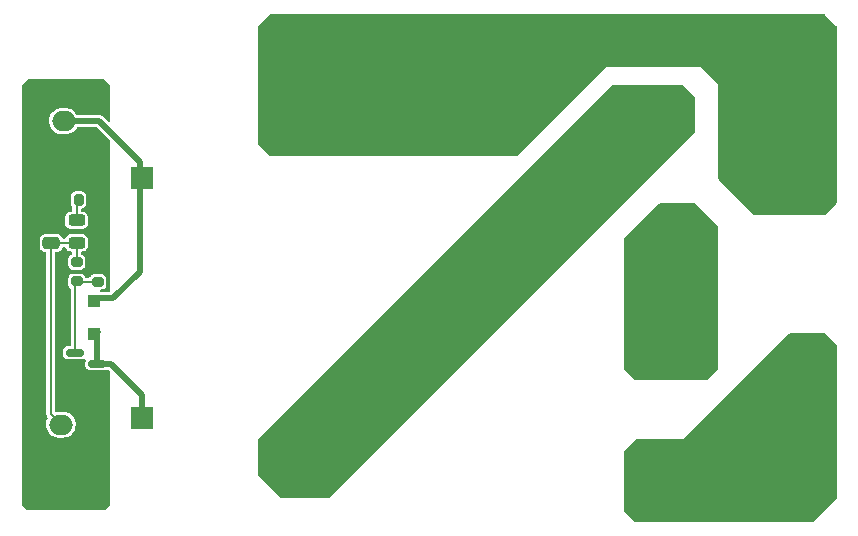
<source format=gbr>
%TF.GenerationSoftware,KiCad,Pcbnew,7.0.11-rc3*%
%TF.CreationDate,2025-03-16T23:29:25+08:00*%
%TF.ProjectId,miniAIR,6d696e69-4149-4522-9e6b-696361645f70,rev?*%
%TF.SameCoordinates,Original*%
%TF.FileFunction,Copper,L1,Top*%
%TF.FilePolarity,Positive*%
%FSLAX46Y46*%
G04 Gerber Fmt 4.6, Leading zero omitted, Abs format (unit mm)*
G04 Created by KiCad (PCBNEW 7.0.11-rc3) date 2025-03-16 23:29:25*
%MOMM*%
%LPD*%
G01*
G04 APERTURE LIST*
G04 Aperture macros list*
%AMRoundRect*
0 Rectangle with rounded corners*
0 $1 Rounding radius*
0 $2 $3 $4 $5 $6 $7 $8 $9 X,Y pos of 4 corners*
0 Add a 4 corners polygon primitive as box body*
4,1,4,$2,$3,$4,$5,$6,$7,$8,$9,$2,$3,0*
0 Add four circle primitives for the rounded corners*
1,1,$1+$1,$2,$3*
1,1,$1+$1,$4,$5*
1,1,$1+$1,$6,$7*
1,1,$1+$1,$8,$9*
0 Add four rect primitives between the rounded corners*
20,1,$1+$1,$2,$3,$4,$5,0*
20,1,$1+$1,$4,$5,$6,$7,0*
20,1,$1+$1,$6,$7,$8,$9,0*
20,1,$1+$1,$8,$9,$2,$3,0*%
G04 Aperture macros list end*
%TA.AperFunction,ComponentPad*%
%ADD10RoundRect,0.250000X0.750000X-0.600000X0.750000X0.600000X-0.750000X0.600000X-0.750000X-0.600000X0*%
%TD*%
%TA.AperFunction,ComponentPad*%
%ADD11O,2.000000X1.700000*%
%TD*%
%TA.AperFunction,ComponentPad*%
%ADD12O,2.800000X2.400000*%
%TD*%
%TA.AperFunction,SMDPad,CuDef*%
%ADD13RoundRect,0.250000X0.475000X-0.250000X0.475000X0.250000X-0.475000X0.250000X-0.475000X-0.250000X0*%
%TD*%
%TA.AperFunction,ComponentPad*%
%ADD14RoundRect,0.250001X-0.759999X0.499999X-0.759999X-0.499999X0.759999X-0.499999X0.759999X0.499999X0*%
%TD*%
%TA.AperFunction,ComponentPad*%
%ADD15O,2.020000X1.500000*%
%TD*%
%TA.AperFunction,ComponentPad*%
%ADD16R,1.900000X1.900000*%
%TD*%
%TA.AperFunction,SMDPad,CuDef*%
%ADD17RoundRect,0.243750X-0.456250X0.243750X-0.456250X-0.243750X0.456250X-0.243750X0.456250X0.243750X0*%
%TD*%
%TA.AperFunction,SMDPad,CuDef*%
%ADD18RoundRect,0.200000X-0.275000X0.200000X-0.275000X-0.200000X0.275000X-0.200000X0.275000X0.200000X0*%
%TD*%
%TA.AperFunction,SMDPad,CuDef*%
%ADD19RoundRect,0.250000X-0.300000X0.300000X-0.300000X-0.300000X0.300000X-0.300000X0.300000X0.300000X0*%
%TD*%
%TA.AperFunction,SMDPad,CuDef*%
%ADD20RoundRect,0.200000X0.200000X0.275000X-0.200000X0.275000X-0.200000X-0.275000X0.200000X-0.275000X0*%
%TD*%
%TA.AperFunction,SMDPad,CuDef*%
%ADD21RoundRect,0.200000X0.275000X-0.200000X0.275000X0.200000X-0.275000X0.200000X-0.275000X-0.200000X0*%
%TD*%
%TA.AperFunction,SMDPad,CuDef*%
%ADD22RoundRect,0.150000X-0.587500X-0.150000X0.587500X-0.150000X0.587500X0.150000X-0.587500X0.150000X0*%
%TD*%
%TA.AperFunction,Conductor*%
%ADD23C,0.200000*%
%TD*%
%TA.AperFunction,Conductor*%
%ADD24C,0.500000*%
%TD*%
G04 APERTURE END LIST*
D10*
%TO.P,J1,1,Pin_1*%
%TO.N,GND*%
X117325000Y-98250000D03*
D11*
%TO.P,J1,2,Pin_2*%
%TO.N,Net-(D2-A)*%
X117325000Y-95750000D03*
%TD*%
D12*
%TO.P,U2,1*%
%TO.N,Net-(J3-Pin_1)*%
X168400000Y-100230000D03*
%TO.P,U2,2*%
%TO.N,Net-(U1-Pad1)*%
X168400000Y-90070000D03*
%TD*%
D13*
%TO.P,C1,1*%
%TO.N,Net-(D2-A)*%
X116500000Y-80350000D03*
%TO.P,C1,2*%
%TO.N,GND*%
X116500000Y-78450000D03*
%TD*%
D14*
%TO.P,J2,1,Pin_1*%
%TO.N,Net-(J2-Pin_1)*%
X181000000Y-73000000D03*
D15*
%TO.P,J2,2,Pin_2*%
X181000000Y-76000000D03*
%TD*%
D10*
%TO.P,J4,1,Pin_1*%
%TO.N,GND*%
X117575000Y-72550000D03*
D11*
%TO.P,J4,2,Pin_2*%
%TO.N,+24V*%
X117575000Y-70050000D03*
%TD*%
D16*
%TO.P,K1,13*%
%TO.N,Net-(K1-Pad13)*%
X136900000Y-98970000D03*
%TO.P,K1,14*%
%TO.N,Net-(J2-Pin_1)*%
X136900000Y-71030000D03*
%TO.P,K1,A1*%
%TO.N,+24V*%
X124200000Y-74850000D03*
%TO.P,K1,A2*%
%TO.N,Net-(D1-A)*%
X124200000Y-95150000D03*
%TD*%
D17*
%TO.P,D2,1,K*%
%TO.N,Net-(D2-K)*%
X118650000Y-78462500D03*
%TO.P,D2,2,A*%
%TO.N,Net-(D2-A)*%
X118650000Y-80337500D03*
%TD*%
D18*
%TO.P,R4,1*%
%TO.N,Net-(D2-A)*%
X118650000Y-81975000D03*
%TO.P,R4,2*%
%TO.N,Net-(Q1-G)*%
X118650000Y-83625000D03*
%TD*%
D19*
%TO.P,D1,1,K*%
%TO.N,+24V*%
X120100000Y-85250000D03*
%TO.P,D1,2,A*%
%TO.N,Net-(D1-A)*%
X120100000Y-88050000D03*
%TD*%
D14*
%TO.P,J3,1,Pin_1*%
%TO.N,Net-(J3-Pin_1)*%
X181000000Y-92000000D03*
D15*
%TO.P,J3,2,Pin_2*%
X181000000Y-95000000D03*
%TD*%
D20*
%TO.P,R5,1*%
%TO.N,Net-(D2-K)*%
X118825000Y-76700000D03*
%TO.P,R5,2*%
%TO.N,GND*%
X117175000Y-76700000D03*
%TD*%
D21*
%TO.P,R3,1*%
%TO.N,Net-(Q1-G)*%
X120450000Y-83650000D03*
%TO.P,R3,2*%
%TO.N,GND*%
X120450000Y-82000000D03*
%TD*%
D22*
%TO.P,Q1,1,G*%
%TO.N,Net-(Q1-G)*%
X118512500Y-89650000D03*
%TO.P,Q1,2,S*%
%TO.N,GND*%
X118512500Y-91550000D03*
%TO.P,Q1,3,D*%
%TO.N,Net-(D1-A)*%
X120387500Y-90600000D03*
%TD*%
D12*
%TO.P,U1,1*%
%TO.N,Net-(U1-Pad1)*%
X168400000Y-79830000D03*
%TO.P,U1,2*%
%TO.N,Net-(K1-Pad13)*%
X168400000Y-69670000D03*
%TD*%
D23*
%TO.N,Net-(D2-A)*%
X118637500Y-80350000D02*
X118650000Y-80337500D01*
X116500000Y-80350000D02*
X116450000Y-80400000D01*
X116500000Y-80350000D02*
X118637500Y-80350000D01*
X118650000Y-81975000D02*
X118650000Y-80337500D01*
X116450000Y-94875000D02*
X117325000Y-95750000D01*
X116450000Y-80400000D02*
X116450000Y-94875000D01*
D24*
%TO.N,+24V*%
X120550000Y-70050000D02*
X124000000Y-73500000D01*
X124000000Y-82800000D02*
X121750220Y-85049780D01*
X124000000Y-73500000D02*
X124000000Y-82800000D01*
X121750220Y-85049780D02*
X120450000Y-85049780D01*
X117575000Y-70050000D02*
X120550000Y-70050000D01*
%TO.N,Net-(D1-A)*%
X120387500Y-87935000D02*
X120450000Y-87872500D01*
X124200000Y-93250000D02*
X124200000Y-95150000D01*
X120387500Y-90600000D02*
X120387500Y-87935000D01*
X121550000Y-90600000D02*
X124200000Y-93250000D01*
X120387500Y-90600000D02*
X121550000Y-90600000D01*
D23*
%TO.N,Net-(D2-K)*%
X118650000Y-78462500D02*
X118650000Y-76825000D01*
%TO.N,Net-(Q1-G)*%
X118675000Y-83650000D02*
X118650000Y-83625000D01*
X120450000Y-83650000D02*
X118675000Y-83650000D01*
X118512500Y-89650000D02*
X118512500Y-83762500D01*
X118512500Y-83762500D02*
X118650000Y-83625000D01*
%TD*%
%TA.AperFunction,Conductor*%
%TO.N,Net-(J2-Pin_1)*%
G36*
X182015677Y-61019685D02*
G01*
X182036319Y-61036319D01*
X182963681Y-61963681D01*
X182997166Y-62025004D01*
X183000000Y-62051362D01*
X183000000Y-76948638D01*
X182980315Y-77015677D01*
X182963681Y-77036319D01*
X182036319Y-77963681D01*
X181974996Y-77997166D01*
X181948638Y-78000000D01*
X176051362Y-78000000D01*
X175984323Y-77980315D01*
X175963681Y-77963681D01*
X173036319Y-75036319D01*
X173002834Y-74974996D01*
X173000000Y-74948638D01*
X173000000Y-67000000D01*
X171500000Y-65500000D01*
X163500000Y-65500000D01*
X163499999Y-65500000D01*
X156036319Y-72963681D01*
X155974996Y-72997166D01*
X155948638Y-73000000D01*
X135051362Y-73000000D01*
X134984323Y-72980315D01*
X134963681Y-72963681D01*
X134036319Y-72036319D01*
X134002834Y-71974996D01*
X134000000Y-71948638D01*
X134000000Y-62051362D01*
X134019685Y-61984323D01*
X134036319Y-61963681D01*
X134963681Y-61036319D01*
X135025004Y-61002834D01*
X135051362Y-61000000D01*
X181948638Y-61000000D01*
X182015677Y-61019685D01*
G37*
%TD.AperFunction*%
%TD*%
%TA.AperFunction,Conductor*%
%TO.N,Net-(K1-Pad13)*%
G36*
X170015677Y-67019685D02*
G01*
X170036319Y-67036319D01*
X170963681Y-67963681D01*
X170997166Y-68025004D01*
X171000000Y-68051362D01*
X171000000Y-70948638D01*
X170980315Y-71015677D01*
X170963681Y-71036319D01*
X140036319Y-101963681D01*
X139974996Y-101997166D01*
X139948638Y-102000000D01*
X136051362Y-102000000D01*
X135984323Y-101980315D01*
X135963681Y-101963681D01*
X134036319Y-100036319D01*
X134002834Y-99974996D01*
X134000000Y-99948638D01*
X134000000Y-97051362D01*
X134019685Y-96984323D01*
X134036319Y-96963681D01*
X163963681Y-67036319D01*
X164025004Y-67002834D01*
X164051362Y-67000000D01*
X169948638Y-67000000D01*
X170015677Y-67019685D01*
G37*
%TD.AperFunction*%
%TD*%
%TA.AperFunction,Conductor*%
%TO.N,Net-(U1-Pad1)*%
G36*
X171015677Y-77019685D02*
G01*
X171036319Y-77036319D01*
X172963681Y-78963681D01*
X172997166Y-79025004D01*
X173000000Y-79051362D01*
X173000000Y-90948638D01*
X172980315Y-91015677D01*
X172963681Y-91036319D01*
X172036319Y-91963681D01*
X171974996Y-91997166D01*
X171948638Y-92000000D01*
X166051362Y-92000000D01*
X165984323Y-91980315D01*
X165963681Y-91963681D01*
X165036319Y-91036319D01*
X165002834Y-90974996D01*
X165000000Y-90948638D01*
X165000000Y-80051362D01*
X165019685Y-79984323D01*
X165036319Y-79963681D01*
X167963681Y-77036319D01*
X168025004Y-77002834D01*
X168051362Y-77000000D01*
X170948638Y-77000000D01*
X171015677Y-77019685D01*
G37*
%TD.AperFunction*%
%TD*%
%TA.AperFunction,Conductor*%
%TO.N,Net-(J3-Pin_1)*%
G36*
X182015677Y-88019685D02*
G01*
X182036319Y-88036319D01*
X182963681Y-88963681D01*
X182997166Y-89025004D01*
X183000000Y-89051362D01*
X183000000Y-101948638D01*
X182980315Y-102015677D01*
X182963681Y-102036319D01*
X181036319Y-103963681D01*
X180974996Y-103997166D01*
X180948638Y-104000000D01*
X166051362Y-104000000D01*
X165984323Y-103980315D01*
X165963681Y-103963681D01*
X165036319Y-103036319D01*
X165002834Y-102974996D01*
X165000000Y-102948638D01*
X165000000Y-98051362D01*
X165019685Y-97984323D01*
X165036319Y-97963681D01*
X165963681Y-97036319D01*
X166025004Y-97002834D01*
X166051362Y-97000000D01*
X170000000Y-97000000D01*
X178963681Y-88036319D01*
X179025004Y-88002834D01*
X179051362Y-88000000D01*
X181948638Y-88000000D01*
X182015677Y-88019685D01*
G37*
%TD.AperFunction*%
%TD*%
%TA.AperFunction,Conductor*%
%TO.N,GND*%
G36*
X121015677Y-66519685D02*
G01*
X121036319Y-66536319D01*
X121463681Y-66963681D01*
X121497166Y-67025004D01*
X121500000Y-67051362D01*
X121500000Y-69992824D01*
X121480315Y-70059863D01*
X121427511Y-70105618D01*
X121358353Y-70115562D01*
X121294797Y-70086537D01*
X121288319Y-70080505D01*
X120951385Y-69743571D01*
X120934750Y-69722928D01*
X120932145Y-69718874D01*
X120932143Y-69718872D01*
X120894614Y-69686353D01*
X120888147Y-69680333D01*
X120878593Y-69670779D01*
X120867785Y-69662688D01*
X120860904Y-69657144D01*
X120823373Y-69624623D01*
X120823372Y-69624622D01*
X120823367Y-69624619D01*
X120818983Y-69622617D01*
X120796194Y-69609096D01*
X120792331Y-69606204D01*
X120792329Y-69606203D01*
X120745790Y-69588845D01*
X120737622Y-69585461D01*
X120692457Y-69564835D01*
X120692455Y-69564834D01*
X120687682Y-69564148D01*
X120662000Y-69557593D01*
X120657486Y-69555909D01*
X120607946Y-69552365D01*
X120599159Y-69551420D01*
X120585799Y-69549500D01*
X120585797Y-69549500D01*
X120572308Y-69549500D01*
X120563461Y-69549184D01*
X120513929Y-69545641D01*
X120513925Y-69545641D01*
X120509215Y-69546666D01*
X120482857Y-69549500D01*
X118783532Y-69549500D01*
X118716493Y-69529815D01*
X118682525Y-69497427D01*
X118560490Y-69326052D01*
X118560479Y-69326040D01*
X118408379Y-69181014D01*
X118231574Y-69067388D01*
X118036455Y-68989274D01*
X117830086Y-68949500D01*
X117830085Y-68949500D01*
X117372575Y-68949500D01*
X117215782Y-68964472D01*
X117215778Y-68964473D01*
X117014127Y-69023683D01*
X116827313Y-69119991D01*
X116662116Y-69249905D01*
X116662112Y-69249909D01*
X116524478Y-69408746D01*
X116419398Y-69590750D01*
X116350656Y-69789365D01*
X116350656Y-69789368D01*
X116320746Y-69997401D01*
X116330745Y-70207327D01*
X116380296Y-70411578D01*
X116380298Y-70411582D01*
X116467598Y-70602743D01*
X116467601Y-70602748D01*
X116467602Y-70602750D01*
X116467604Y-70602753D01*
X116474546Y-70612501D01*
X116589515Y-70773953D01*
X116589520Y-70773959D01*
X116741620Y-70918985D01*
X116836578Y-70980011D01*
X116918428Y-71032613D01*
X117113543Y-71110725D01*
X117216729Y-71130612D01*
X117319914Y-71150500D01*
X117319915Y-71150500D01*
X117777419Y-71150500D01*
X117777425Y-71150500D01*
X117934218Y-71135528D01*
X118135875Y-71076316D01*
X118322682Y-70980011D01*
X118487886Y-70850092D01*
X118625519Y-70691256D01*
X118625522Y-70691251D01*
X118670989Y-70612501D01*
X118721555Y-70564285D01*
X118778376Y-70550500D01*
X120291324Y-70550500D01*
X120358363Y-70570185D01*
X120379005Y-70586819D01*
X121463681Y-71671495D01*
X121497166Y-71732818D01*
X121500000Y-71759176D01*
X121500000Y-84425280D01*
X121480315Y-84492319D01*
X121427511Y-84538074D01*
X121376000Y-84549280D01*
X120741145Y-84549280D01*
X120674106Y-84529595D01*
X120666845Y-84524555D01*
X120665793Y-84523767D01*
X120623922Y-84467836D01*
X120618936Y-84398144D01*
X120652420Y-84336820D01*
X120713743Y-84303334D01*
X120740103Y-84300500D01*
X120779270Y-84300500D01*
X120809699Y-84297646D01*
X120809701Y-84297646D01*
X120881145Y-84272646D01*
X120937882Y-84252793D01*
X121047150Y-84172150D01*
X121127793Y-84062882D01*
X121150219Y-83998790D01*
X121172646Y-83934701D01*
X121172646Y-83934699D01*
X121175500Y-83904269D01*
X121175500Y-83395730D01*
X121172646Y-83365300D01*
X121172646Y-83365298D01*
X121127793Y-83237119D01*
X121127792Y-83237117D01*
X121047150Y-83127850D01*
X120937882Y-83047207D01*
X120937880Y-83047206D01*
X120809700Y-83002353D01*
X120779270Y-82999500D01*
X120779266Y-82999500D01*
X120120734Y-82999500D01*
X120120730Y-82999500D01*
X120090300Y-83002353D01*
X120090298Y-83002353D01*
X119962119Y-83047206D01*
X119962117Y-83047207D01*
X119886724Y-83102850D01*
X119852850Y-83127850D01*
X119790659Y-83212117D01*
X119766689Y-83244595D01*
X119764714Y-83243137D01*
X119725420Y-83283515D01*
X119664520Y-83299500D01*
X119446352Y-83299500D01*
X119379313Y-83279815D01*
X119333558Y-83227011D01*
X119329310Y-83216452D01*
X119327794Y-83212121D01*
X119327793Y-83212118D01*
X119327792Y-83212117D01*
X119247150Y-83102850D01*
X119137882Y-83022207D01*
X119137880Y-83022206D01*
X119009700Y-82977353D01*
X118979270Y-82974500D01*
X118979266Y-82974500D01*
X118320734Y-82974500D01*
X118320730Y-82974500D01*
X118290300Y-82977353D01*
X118290298Y-82977353D01*
X118162119Y-83022206D01*
X118162117Y-83022207D01*
X118052850Y-83102850D01*
X117972207Y-83212117D01*
X117972206Y-83212119D01*
X117927353Y-83340298D01*
X117927353Y-83340300D01*
X117924500Y-83370730D01*
X117924500Y-83879269D01*
X117927353Y-83909699D01*
X117927353Y-83909701D01*
X117972206Y-84037880D01*
X117972207Y-84037882D01*
X118052850Y-84147150D01*
X118111634Y-84190534D01*
X118153884Y-84246179D01*
X118162000Y-84290303D01*
X118162000Y-88975500D01*
X118142315Y-89042539D01*
X118089511Y-89088294D01*
X118038001Y-89099500D01*
X117893482Y-89099500D01*
X117812519Y-89112323D01*
X117799696Y-89114354D01*
X117686658Y-89171950D01*
X117686657Y-89171951D01*
X117686652Y-89171954D01*
X117596954Y-89261652D01*
X117596951Y-89261657D01*
X117539352Y-89374698D01*
X117524500Y-89468475D01*
X117524500Y-89831517D01*
X117535292Y-89899657D01*
X117539354Y-89925304D01*
X117596950Y-90038342D01*
X117596952Y-90038344D01*
X117596954Y-90038347D01*
X117686652Y-90128045D01*
X117686654Y-90128046D01*
X117686658Y-90128050D01*
X117799694Y-90185645D01*
X117799698Y-90185647D01*
X117893475Y-90200499D01*
X117893481Y-90200500D01*
X119131518Y-90200499D01*
X119225304Y-90185646D01*
X119239273Y-90178528D01*
X119307938Y-90165632D01*
X119372679Y-90191907D01*
X119412937Y-90249012D01*
X119415768Y-90315039D01*
X119415880Y-90315057D01*
X119415793Y-90315605D01*
X119415931Y-90318818D01*
X119414481Y-90323888D01*
X119399500Y-90418475D01*
X119399500Y-90781517D01*
X119410292Y-90849657D01*
X119414354Y-90875304D01*
X119471950Y-90988342D01*
X119471952Y-90988344D01*
X119471954Y-90988347D01*
X119561652Y-91078045D01*
X119561654Y-91078046D01*
X119561658Y-91078050D01*
X119674694Y-91135645D01*
X119674698Y-91135647D01*
X119768475Y-91150499D01*
X119768481Y-91150500D01*
X121006518Y-91150499D01*
X121100304Y-91135646D01*
X121142757Y-91114014D01*
X121199052Y-91100500D01*
X121291324Y-91100500D01*
X121358363Y-91120185D01*
X121379005Y-91136819D01*
X121463681Y-91221495D01*
X121497166Y-91282818D01*
X121500000Y-91309176D01*
X121500000Y-102448638D01*
X121480315Y-102515677D01*
X121463681Y-102536319D01*
X121036319Y-102963681D01*
X120974996Y-102997166D01*
X120948638Y-103000000D01*
X114551362Y-103000000D01*
X114484323Y-102980315D01*
X114463681Y-102963681D01*
X114036319Y-102536319D01*
X114002834Y-102474996D01*
X114000000Y-102448638D01*
X114000000Y-80647870D01*
X115524500Y-80647870D01*
X115524501Y-80647876D01*
X115530908Y-80707483D01*
X115581202Y-80842328D01*
X115581206Y-80842335D01*
X115667452Y-80957544D01*
X115667455Y-80957547D01*
X115782664Y-81043793D01*
X115782671Y-81043797D01*
X115917516Y-81094091D01*
X115977113Y-81100499D01*
X115977122Y-81100499D01*
X115977127Y-81100500D01*
X115977131Y-81100499D01*
X115980434Y-81100677D01*
X115980424Y-81100855D01*
X115980431Y-81100856D01*
X115980417Y-81100977D01*
X115980366Y-81101946D01*
X116042478Y-81120144D01*
X116088264Y-81172921D01*
X116099500Y-81224499D01*
X116099500Y-94825788D01*
X116096861Y-94851232D01*
X116094957Y-94860311D01*
X116094957Y-94860316D01*
X116098548Y-94889121D01*
X116099396Y-94902795D01*
X116099499Y-94904032D01*
X116102666Y-94923015D01*
X116103403Y-94928077D01*
X116109426Y-94976390D01*
X116111524Y-94983435D01*
X116113907Y-94990379D01*
X116113908Y-94990381D01*
X116130270Y-95020616D01*
X116137082Y-95033203D01*
X116139421Y-95037747D01*
X116160802Y-95081484D01*
X116160804Y-95081486D01*
X116160805Y-95081488D01*
X116165062Y-95087451D01*
X116169580Y-95093256D01*
X116170864Y-95094438D01*
X116172096Y-95096488D01*
X116175890Y-95101362D01*
X116175301Y-95101820D01*
X116206857Y-95154324D01*
X116204758Y-95224162D01*
X116194272Y-95247669D01*
X116169396Y-95290754D01*
X116100656Y-95489365D01*
X116100656Y-95489367D01*
X116085804Y-95592670D01*
X116070746Y-95697401D01*
X116080745Y-95907327D01*
X116130296Y-96111578D01*
X116130298Y-96111582D01*
X116217598Y-96302743D01*
X116217601Y-96302748D01*
X116217602Y-96302750D01*
X116217604Y-96302753D01*
X116280627Y-96391256D01*
X116339515Y-96473953D01*
X116339520Y-96473959D01*
X116491620Y-96618985D01*
X116586578Y-96680011D01*
X116668428Y-96732613D01*
X116863543Y-96810725D01*
X116966729Y-96830612D01*
X117069914Y-96850500D01*
X117069915Y-96850500D01*
X117527419Y-96850500D01*
X117527425Y-96850500D01*
X117684218Y-96835528D01*
X117885875Y-96776316D01*
X118072682Y-96680011D01*
X118237886Y-96550092D01*
X118375519Y-96391256D01*
X118480604Y-96209244D01*
X118549344Y-96010633D01*
X118579254Y-95802602D01*
X118569254Y-95592670D01*
X118519704Y-95388424D01*
X118519701Y-95388417D01*
X118432401Y-95197256D01*
X118432398Y-95197251D01*
X118432397Y-95197250D01*
X118432396Y-95197247D01*
X118310486Y-95026048D01*
X118310484Y-95026046D01*
X118310479Y-95026040D01*
X118158379Y-94881014D01*
X117981574Y-94767388D01*
X117786455Y-94689274D01*
X117580086Y-94649500D01*
X117580085Y-94649500D01*
X117122575Y-94649500D01*
X116965782Y-94664472D01*
X116965778Y-94664473D01*
X116959426Y-94666338D01*
X116889557Y-94666333D01*
X116830781Y-94628554D01*
X116801761Y-94564996D01*
X116800500Y-94547358D01*
X116800500Y-81224499D01*
X116820185Y-81157460D01*
X116872989Y-81111705D01*
X116924500Y-81100499D01*
X117022871Y-81100499D01*
X117022872Y-81100499D01*
X117082483Y-81094091D01*
X117217331Y-81043796D01*
X117332546Y-80957546D01*
X117418796Y-80842331D01*
X117441609Y-80781167D01*
X117483480Y-80725233D01*
X117548944Y-80700816D01*
X117557791Y-80700500D01*
X117624624Y-80700500D01*
X117691663Y-80720185D01*
X117737418Y-80772989D01*
X117740805Y-80781165D01*
X117755495Y-80820551D01*
X117755497Y-80820554D01*
X117840669Y-80934331D01*
X117954446Y-81019503D01*
X118087609Y-81069171D01*
X118146479Y-81075500D01*
X118175498Y-81075499D01*
X118242536Y-81095181D01*
X118288293Y-81147984D01*
X118299500Y-81199499D01*
X118299500Y-81236152D01*
X118279815Y-81303191D01*
X118227011Y-81348946D01*
X118216456Y-81353193D01*
X118162117Y-81372207D01*
X118052850Y-81452850D01*
X117972207Y-81562117D01*
X117972206Y-81562119D01*
X117927353Y-81690298D01*
X117927353Y-81690300D01*
X117924500Y-81720730D01*
X117924500Y-82229269D01*
X117927353Y-82259699D01*
X117927353Y-82259701D01*
X117972206Y-82387880D01*
X117972207Y-82387882D01*
X118052850Y-82497150D01*
X118162118Y-82577793D01*
X118204845Y-82592744D01*
X118290299Y-82622646D01*
X118320730Y-82625500D01*
X118320734Y-82625500D01*
X118979270Y-82625500D01*
X119009699Y-82622646D01*
X119009701Y-82622646D01*
X119073790Y-82600219D01*
X119137882Y-82577793D01*
X119247150Y-82497150D01*
X119327793Y-82387882D01*
X119350219Y-82323790D01*
X119372646Y-82259701D01*
X119372646Y-82259699D01*
X119375500Y-82229269D01*
X119375500Y-81720730D01*
X119372646Y-81690300D01*
X119372646Y-81690298D01*
X119327793Y-81562119D01*
X119327792Y-81562117D01*
X119247150Y-81452850D01*
X119137882Y-81372207D01*
X119083544Y-81353193D01*
X119026768Y-81312471D01*
X119001022Y-81247518D01*
X119000500Y-81236152D01*
X119000500Y-81199499D01*
X119020185Y-81132460D01*
X119072989Y-81086705D01*
X119124500Y-81075499D01*
X119153517Y-81075499D01*
X119153520Y-81075499D01*
X119212391Y-81069171D01*
X119345554Y-81019503D01*
X119459331Y-80934331D01*
X119544503Y-80820554D01*
X119594171Y-80687391D01*
X119596536Y-80665383D01*
X119600499Y-80628537D01*
X119600499Y-80628530D01*
X119600500Y-80628521D01*
X119600499Y-80046480D01*
X119594171Y-79987609D01*
X119544503Y-79854446D01*
X119459331Y-79740669D01*
X119390962Y-79689489D01*
X119345556Y-79655498D01*
X119345554Y-79655497D01*
X119212391Y-79605829D01*
X119212389Y-79605828D01*
X119212387Y-79605828D01*
X119153529Y-79599500D01*
X118146482Y-79599500D01*
X118146473Y-79599501D01*
X118087608Y-79605828D01*
X117954445Y-79655497D01*
X117840669Y-79740669D01*
X117755498Y-79854443D01*
X117755497Y-79854446D01*
X117731480Y-79918836D01*
X117689610Y-79974767D01*
X117624145Y-79999184D01*
X117615300Y-79999500D01*
X117557791Y-79999500D01*
X117490752Y-79979815D01*
X117444997Y-79927011D01*
X117441609Y-79918833D01*
X117418797Y-79857671D01*
X117418793Y-79857664D01*
X117332547Y-79742455D01*
X117332544Y-79742452D01*
X117217335Y-79656206D01*
X117217328Y-79656202D01*
X117082482Y-79605908D01*
X117082483Y-79605908D01*
X117022883Y-79599501D01*
X117022881Y-79599500D01*
X117022873Y-79599500D01*
X117022864Y-79599500D01*
X115977129Y-79599500D01*
X115977123Y-79599501D01*
X115917516Y-79605908D01*
X115782671Y-79656202D01*
X115782664Y-79656206D01*
X115667455Y-79742452D01*
X115667452Y-79742455D01*
X115581206Y-79857664D01*
X115581202Y-79857671D01*
X115530910Y-79992513D01*
X115530909Y-79992517D01*
X115524500Y-80052127D01*
X115524500Y-80052134D01*
X115524500Y-80052135D01*
X115524500Y-80647870D01*
X114000000Y-80647870D01*
X114000000Y-78753517D01*
X117699500Y-78753517D01*
X117699501Y-78753526D01*
X117705828Y-78812391D01*
X117755497Y-78945554D01*
X117840669Y-79059331D01*
X117954446Y-79144503D01*
X118087609Y-79194171D01*
X118146479Y-79200500D01*
X119153520Y-79200499D01*
X119212391Y-79194171D01*
X119345554Y-79144503D01*
X119459331Y-79059331D01*
X119544503Y-78945554D01*
X119594171Y-78812391D01*
X119596536Y-78790383D01*
X119600499Y-78753537D01*
X119600499Y-78753526D01*
X119600500Y-78753521D01*
X119600499Y-78171480D01*
X119594171Y-78112609D01*
X119544503Y-77979446D01*
X119459331Y-77865669D01*
X119390962Y-77814489D01*
X119345556Y-77780498D01*
X119345554Y-77780497D01*
X119212391Y-77730829D01*
X119212389Y-77730828D01*
X119212387Y-77730828D01*
X119153537Y-77724500D01*
X119153521Y-77724500D01*
X119124500Y-77724500D01*
X119057461Y-77704815D01*
X119011706Y-77652011D01*
X119000500Y-77600500D01*
X119000500Y-77545802D01*
X119020185Y-77478763D01*
X119072989Y-77433008D01*
X119102519Y-77425122D01*
X119102330Y-77424256D01*
X119109701Y-77422646D01*
X119173790Y-77400219D01*
X119237882Y-77377793D01*
X119347150Y-77297150D01*
X119427793Y-77187882D01*
X119450219Y-77123790D01*
X119472646Y-77059701D01*
X119472646Y-77059699D01*
X119475500Y-77029269D01*
X119475500Y-76370730D01*
X119472646Y-76340300D01*
X119472646Y-76340298D01*
X119427793Y-76212119D01*
X119427792Y-76212117D01*
X119347150Y-76102850D01*
X119237882Y-76022207D01*
X119237880Y-76022206D01*
X119109700Y-75977353D01*
X119079270Y-75974500D01*
X119079266Y-75974500D01*
X118570734Y-75974500D01*
X118570730Y-75974500D01*
X118540300Y-75977353D01*
X118540298Y-75977353D01*
X118412119Y-76022206D01*
X118412117Y-76022207D01*
X118302850Y-76102850D01*
X118222207Y-76212117D01*
X118222206Y-76212119D01*
X118177353Y-76340298D01*
X118177353Y-76340300D01*
X118174500Y-76370730D01*
X118174500Y-77029269D01*
X118177353Y-77059699D01*
X118177353Y-77059701D01*
X118222206Y-77187880D01*
X118275270Y-77259779D01*
X118299241Y-77325408D01*
X118299500Y-77333413D01*
X118299500Y-77600500D01*
X118279815Y-77667539D01*
X118227011Y-77713294D01*
X118175504Y-77724500D01*
X118146485Y-77724500D01*
X118146473Y-77724501D01*
X118087608Y-77730828D01*
X117954445Y-77780497D01*
X117840669Y-77865669D01*
X117755498Y-77979443D01*
X117705828Y-78112612D01*
X117699500Y-78171462D01*
X117699500Y-78753517D01*
X114000000Y-78753517D01*
X114000000Y-67051362D01*
X114019685Y-66984323D01*
X114036319Y-66963681D01*
X114463681Y-66536319D01*
X114525004Y-66502834D01*
X114551362Y-66500000D01*
X120948638Y-66500000D01*
X121015677Y-66519685D01*
G37*
%TD.AperFunction*%
%TD*%
M02*

</source>
